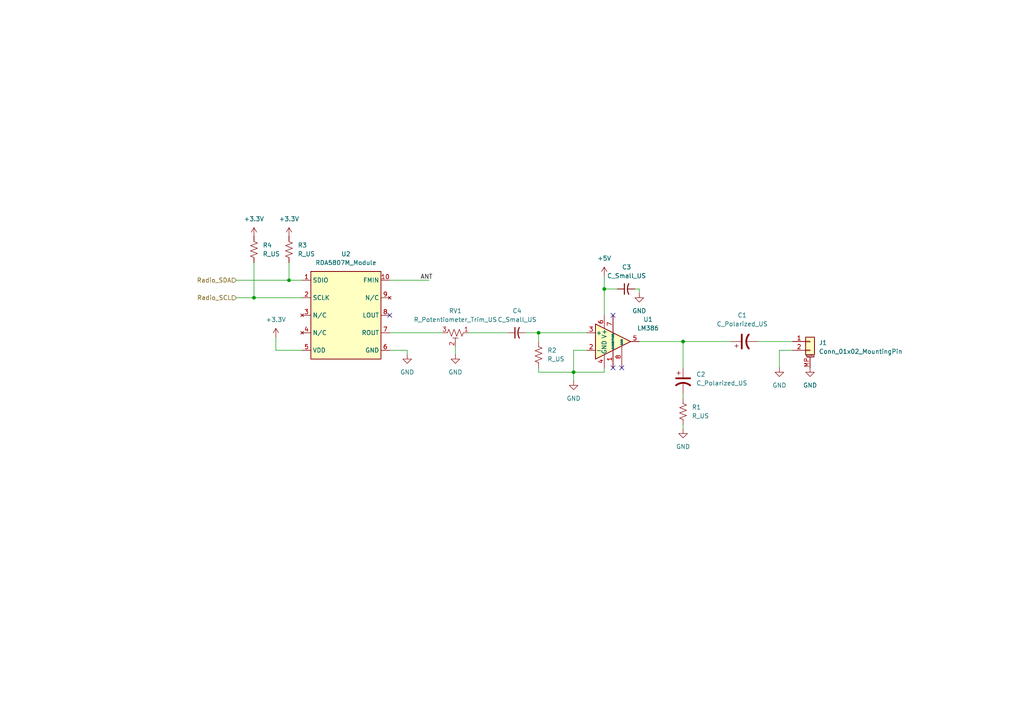
<source format=kicad_sch>
(kicad_sch (version 20250114) (generator "eeschema") (generator_version "9.0")
  (paper "A4")
  (lib_symbols
    (symbol "Amplifier_Audio:LM386" (pin_names (offset 0.127))
      (property "Reference" "U" (at 1.27 7.62 0))
      (property "Value" "LM386" (at 1.27 5.08 0))
      (symbol "LM386_0_1"
        (polyline (pts (xy 5.08 0) (xy -5.08 5.08) (xy -5.08 -5.08) (xy 5.08 0)) (stroke (width 0.254)) (fill (type background)))
      )
      (symbol "LM386_1_1"
        (pin input line (at -7.62 2.54 0) (length 2.54) (name "+") (number "3"))
        (pin input line (at -7.62 -2.54 0) (length 2.54) (name "-") (number "2"))
        (pin power_in line (at -2.54 7.62 270) (length 3.81) (name "V+") (number "6"))
        (pin power_in line (at -2.54 -7.62 90) (length 3.81) (name "GND") (number "4"))
        (pin input line (at 0 7.62 270) (length 5.08) (name "BYPASS") (number "7"))
        (pin input line (at 0 -7.62 90) (length 5.08) (name "GAIN") (number "1"))
        (pin input line (at 2.54 -7.62 90) (length 6.35) (name "GAIN") (number "8"))
        (pin output line (at 7.62 0 180) (length 2.54) (name "~") (number "5"))
      )
    )
    (symbol "Connector_Generic_MountingPin:Conn_01x02_MountingPin" (pin_names (offset 1.016) (hide yes))
      (property "Reference" "J" (at 0 2.54 0))
      (property "Value" "Conn_01x02_MountingPin" (at 1.27 -5.08 0))
      (symbol "Conn_01x02_MountingPin_1_1"
        (rectangle (start -1.27 1.27) (end 1.27 -3.81) (stroke (width 0.254)) (fill (type background)))
        (rectangle (start -1.27 0.127) (end 0 -0.127) (stroke (width 0.1524)))
        (rectangle (start -1.27 -2.413) (end 0 -2.667) (stroke (width 0.1524)))
        (polyline (pts (xy -1.016 -4.572) (xy 1.016 -4.572)) (stroke (width 0.1524)))
        (text "Mounting" (at 0 -4.191 0) (effects (font (size 0.381 0.381))))
        (pin passive line (at -5.08 0 0) (length 3.81) (name "Pin_1") (number "1"))
        (pin passive line (at -5.08 -2.54 0) (length 3.81) (name "Pin_2") (number "2"))
        (pin passive line (at 0 -7.62 90) (length 3.048) (name "MountPin") (number "MP"))
      )
    )
    (symbol "Device:C_Polarized_US" (pin_numbers (hide yes)) (pin_names (offset 0.254) (hide yes))
      (property "Reference" "C" (at 0.635 2.54 0))
      (property "Value" "C_Polarized_US" (at 0.635 -2.54 0))
      (symbol "C_Polarized_US_0_1"
        (polyline (pts (xy -2.032 0.762) (xy 2.032 0.762)) (stroke (width 0.508)))
        (polyline (pts (xy -1.778 2.286) (xy -0.762 2.286)))
        (polyline (pts (xy -1.27 1.778) (xy -1.27 2.794)))
        (arc (start -2.032 -1.27) (mid 0 -0.5572) (end 2.032 -1.27) (stroke (width 0.508)))
      )
      (symbol "C_Polarized_US_1_1"
        (pin passive line (at 0 3.81 270) (length 2.794) (name "~") (number "1"))
        (pin passive line (at 0 -3.81 90) (length 3.302) (name "~") (number "2"))
      )
    )
    (symbol "Device:C_Small_US" (pin_numbers (hide yes)) (pin_names (offset 0.254) (hide yes))
      (property "Reference" "C" (at 0.254 1.778 0))
      (property "Value" "C_Small_US" (at 0.254 -2.032 0))
      (symbol "C_Small_US_0_1"
        (polyline (pts (xy -1.524 0.508) (xy 1.524 0.508)) (stroke (width 0.3048)))
        (arc (start -1.524 -0.762) (mid 0 -0.3734) (end 1.524 -0.762) (stroke (width 0.3048)))
      )
      (symbol "C_Small_US_1_1"
        (pin passive line (at 0 2.54 270) (length 2.032) (name "~") (number "1"))
        (pin passive line (at 0 -2.54 90) (length 2.032) (name "~") (number "2"))
      )
    )
    (symbol "Device:R_Potentiometer_Trim_US" (pin_names (offset 1.016) (hide yes))
      (property "Reference" "RV" (at -4.445 0 90))
      (property "Value" "R_Potentiometer_Trim_US" (at -2.54 0 90))
      (symbol "R_Potentiometer_Trim_US_0_1"
        (polyline (pts (xy 0 2.286) (xy 0 2.54)))
        (polyline (pts (xy 0 2.286) (xy 1.016 1.905) (xy 0 1.524) (xy -1.016 1.143) (xy 0 0.762)))
        (polyline (pts (xy 0 0.762) (xy 1.016 0.381) (xy 0 0) (xy -1.016 -0.381) (xy 0 -0.762)))
        (polyline (pts (xy 0 -0.762) (xy 1.016 -1.143) (xy 0 -1.524) (xy -1.016 -1.905) (xy 0 -2.286)))
        (polyline (pts (xy 0 -2.286) (xy 0 -2.54)))
        (polyline (pts (xy 1.524 0.762) (xy 1.524 -0.762)))
        (polyline (pts (xy 2.54 0) (xy 1.524 0)))
      )
      (symbol "R_Potentiometer_Trim_US_1_1"
        (pin passive line (at 0 3.81 270) (length 1.27) (name "1") (number "1"))
        (pin passive line (at 0 -3.81 90) (length 1.27) (name "3") (number "3"))
        (pin passive line (at 3.81 0 180) (length 1.27) (name "2") (number "2"))
      )
    )
    (symbol "Device:R_US" (pin_numbers (hide yes)) (pin_names (offset 0))
      (property "Reference" "R" (at 2.54 0 90))
      (property "Value" "R_US" (at -2.54 0 90))
      (symbol "R_US_0_1"
        (polyline (pts (xy 0 2.286) (xy 0 2.54)))
        (polyline (pts (xy 0 2.286) (xy 1.016 1.905) (xy 0 1.524) (xy -1.016 1.143) (xy 0 0.762)))
        (polyline (pts (xy 0 0.762) (xy 1.016 0.381) (xy 0 0) (xy -1.016 -0.381) (xy 0 -0.762)))
        (polyline (pts (xy 0 -0.762) (xy 1.016 -1.143) (xy 0 -1.524) (xy -1.016 -1.905) (xy 0 -2.286)))
        (polyline (pts (xy 0 -2.286) (xy 0 -2.54)))
      )
      (symbol "R_US_1_1"
        (pin passive line (at 0 3.81 270) (length 1.27) (name "~") (number "1"))
        (pin passive line (at 0 -3.81 90) (length 1.27) (name "~") (number "2"))
      )
    )
    (symbol "ECE:RDA5807M_Module"
      (property "Reference" "U" (at -8.89 16.51 0))
      (property "Value" "RDA5807M_Module" (at -8.89 13.97 0))
      (symbol "RDA5807M_Module_0_1"
        (rectangle (start -10.16 12.7) (end 10.16 -12.7) (stroke (width 0.254)) (fill (type background)))
      )
      (symbol "RDA5807M_Module_1_1"
        (pin bidirectional line (at -12.7 10.16 0) (length 2.54) (name "SDIO") (number "1"))
        (pin input line (at -12.7 5.08 0) (length 2.54) (name "SCLK") (number "2"))
        (pin no_connect line (at -12.7 0 0) (length 2.54) (name "N/C") (number "3"))
        (pin no_connect line (at -12.7 -5.08 0) (length 2.54) (name "N/C") (number "4"))
        (pin power_in line (at -12.7 -10.16 0) (length 2.54) (name "VDD") (number "5"))
        (pin input line (at 12.7 10.16 180) (length 2.54) (name "FMIN") (number "10"))
        (pin no_connect line (at 12.7 5.08 180) (length 2.54) (name "N/C") (number "9"))
        (pin output line (at 12.7 0 180) (length 2.54) (name "LOUT") (number "8"))
        (pin output line (at 12.7 -5.08 180) (length 2.54) (name "ROUT") (number "7"))
        (pin power_in line (at 12.7 -10.16 180) (length 2.54) (name "GND") (number "6"))
      )
    )
    (symbol "power:+3.3V" (power) (pin_numbers (hide yes)) (pin_names (offset 0) (hide yes))
      (property "Value" "+3.3V" (at 0 3.556 0))
      (symbol "+3.3V_0_1"
        (polyline (pts (xy -0.762 1.27) (xy 0 2.54)))
        (polyline (pts (xy 0 2.54) (xy 0.762 1.27)))
        (polyline (pts (xy 0 0) (xy 0 2.54)))
      )
      (symbol "+3.3V_1_1"
        (pin power_in line (at 0 0 90) (length 0) (name "~") (number "1"))
      )
    )
    (symbol "power:+5V" (power) (pin_numbers (hide yes)) (pin_names (offset 0) (hide yes))
      (property "Value" "+5V" (at 0 3.556 0))
      (symbol "+5V_0_1"
        (polyline (pts (xy -0.762 1.27) (xy 0 2.54)))
        (polyline (pts (xy 0 2.54) (xy 0.762 1.27)))
        (polyline (pts (xy 0 0) (xy 0 2.54)))
      )
      (symbol "+5V_1_1"
        (pin power_in line (at 0 0 90) (length 0) (name "~") (number "1"))
      )
    )
    (symbol "power:GND" (power) (pin_numbers (hide yes)) (pin_names (offset 0) (hide yes))
      (property "Value" "GND" (at 0 -3.81 0))
      (symbol "GND_0_1"
        (polyline (pts (xy 0 0) (xy 0 -1.27) (xy 1.27 -1.27) (xy 0 -2.54) (xy -1.27 -1.27) (xy 0 -1.27)))
      )
      (symbol "GND_1_1"
        (pin power_in line (at 0 0 270) (length 0) (name "~") (number "1"))
      )
    )
  )
  (junction (at 83.82 81.28))
  (junction (at 73.66 86.36))
  (junction (at 198.12 99.06))
  (junction (at 166.37 107.95))
  (junction (at 175.26 83.82))
  (junction (at 156.21 96.52))
  (no_connect (at 177.8 91.44))
  (no_connect (at 113.03 91.44))
  (no_connect (at 180.34 106.68))
  (no_connect (at 177.8 106.68))
  (wire (pts (xy 113.03 96.52) (xy 128.27 96.52)))
  (wire (pts (xy 83.82 81.28) (xy 87.63 81.28)))
  (wire (pts (xy 229.87 101.6) (xy 226.06 101.6)))
  (wire (pts (xy 219.71 99.06) (xy 229.87 99.06)))
  (wire (pts (xy 152.4 96.52) (xy 156.21 96.52)))
  (wire (pts (xy 113.03 101.6) (xy 118.11 101.6)))
  (wire (pts (xy 113.03 81.28) (xy 124.46 81.28)))
  (wire (pts (xy 68.58 86.36) (xy 73.66 86.36)))
  (wire (pts (xy 198.12 99.06) (xy 212.09 99.06)))
  (wire (pts (xy 226.06 101.6) (xy 226.06 106.68)))
  (wire (pts (xy 185.42 99.06) (xy 198.12 99.06)))
  (wire (pts (xy 184.15 83.82) (xy 185.42 83.82)))
  (wire (pts (xy 156.21 96.52) (xy 156.21 99.06)))
  (wire (pts (xy 198.12 99.06) (xy 198.12 106.68)))
  (wire (pts (xy 156.21 96.52) (xy 170.18 96.52)))
  (wire (pts (xy 87.63 101.6) (xy 80.01 101.6)))
  (wire (pts (xy 185.42 83.82) (xy 185.42 85.09)))
  (wire (pts (xy 132.08 100.33) (xy 132.08 102.87)))
  (wire (pts (xy 175.26 80.01) (xy 175.26 83.82)))
  (wire (pts (xy 80.01 97.79) (xy 80.01 101.6)))
  (wire (pts (xy 175.26 83.82) (xy 179.07 83.82)))
  (wire (pts (xy 166.37 107.95) (xy 166.37 110.49)))
  (wire (pts (xy 198.12 114.3) (xy 198.12 115.57)))
  (wire (pts (xy 175.26 107.95) (xy 166.37 107.95)))
  (wire (pts (xy 73.66 86.36) (xy 87.63 86.36)))
  (wire (pts (xy 166.37 101.6) (xy 166.37 107.95)))
  (wire (pts (xy 156.21 106.68) (xy 156.21 107.95)))
  (wire (pts (xy 170.18 101.6) (xy 166.37 101.6)))
  (wire (pts (xy 118.11 101.6) (xy 118.11 102.87)))
  (wire (pts (xy 68.58 81.28) (xy 83.82 81.28)))
  (wire (pts (xy 175.26 106.68) (xy 175.26 107.95)))
  (wire (pts (xy 73.66 76.2) (xy 73.66 86.36)))
  (wire (pts (xy 83.82 76.2) (xy 83.82 81.28)))
  (wire (pts (xy 135.89 96.52) (xy 147.32 96.52)))
  (wire (pts (xy 175.26 83.82) (xy 175.26 91.44)))
  (wire (pts (xy 198.12 123.19) (xy 198.12 124.46)))
  (wire (pts (xy 156.21 107.95) (xy 166.37 107.95)))
  (label "ANT" (at 121.92 81.28 0))
  (hierarchical_label "Radio_SDA" (shape input) (at 68.58 81.28 180))
  (hierarchical_label "Radio_SCL" (shape input) (at 68.58 86.36 180))
  (symbol (lib_id "Device:C_Small_US") (at 181.61 83.82 90) (unit 1)
    (property "Reference" "C3" (at 181.737 77.47 90))
    (property "Value" "C_Small_US" (at 181.737 80.01 90))
    (property "Description" "capacitor, small US symbol" (effects (hide yes)))
  )
  (symbol (lib_id "Device:R_US") (at 198.12 119.38 0) (unit 1)
    (property "Reference" "R1" (at 200.66 118.1099 0) (effects (justify left)))
    (property "Value" "R_US" (at 200.66 120.6499 0) (effects (justify left)))
    (property "Description" "Resistor, US symbol" (effects (hide yes)))
  )
  (symbol (lib_id "Device:R_Potentiometer_Trim_US") (at 132.08 96.52 270) (unit 1)
    (property "Reference" "RV1" (at 132.08 90.17 90))
    (property "Value" "R_Potentiometer_Trim_US" (at 132.08 92.71 90))
    (property "Description" "Trim-potentiometer, US symbol" (effects (hide yes)))
  )
  (symbol (lib_id "power:+3.3V") (at 80.01 97.79 0) (unit 1)
    (property "Reference" "#PWR010" (effects (hide yes)))
    (property "Value" "+3.3V" (at 80.01 92.71 0))
    (property "Description" "Power symbol creates a global label with name \"+3.3V\"" (effects (hide yes)))
  )
  (symbol (lib_id "power:+3.3V") (at 83.82 68.58 0) (unit 1)
    (property "Reference" "#PWR013" (effects (hide yes)))
    (property "Value" "+3.3V" (at 83.82 63.5 0))
    (property "Description" "Power symbol creates a global label with name \"+3.3V\"" (effects (hide yes)))
  )
  (symbol (lib_id "power:+3.3V") (at 73.66 68.58 0) (unit 1)
    (property "Reference" "#PWR012" (effects (hide yes)))
    (property "Value" "+3.3V" (at 73.66 63.5 0))
    (property "Description" "Power symbol creates a global label with name \"+3.3V\"" (effects (hide yes)))
  )
  (symbol (lib_id "Device:C_Polarized_US") (at 198.12 110.49 0) (unit 1)
    (property "Reference" "C2" (at 201.93 108.5849 0) (effects (justify left)))
    (property "Value" "C_Polarized_US" (at 201.93 111.1249 0) (effects (justify left)))
    (property "Description" "Polarized capacitor, US symbol" (effects (hide yes)))
  )
  (symbol (lib_id "power:GND") (at 234.95 106.68 0) (unit 1)
    (property "Reference" "#PWR05" (effects (hide yes)))
    (property "Value" "GND" (at 234.95 111.76 0))
    (property "Description" "Power symbol creates a global label with name \"GND\" , ground" (effects (hide yes)))
  )
  (symbol (lib_id "power:GND") (at 226.06 106.68 0) (unit 1)
    (property "Reference" "#PWR03" (effects (hide yes)))
    (property "Value" "GND" (at 226.06 111.76 0))
    (property "Description" "Power symbol creates a global label with name \"GND\" , ground" (effects (hide yes)))
  )
  (symbol (lib_id "power:+5V") (at 175.26 80.01 0) (unit 1)
    (property "Reference" "#PWR07" (effects (hide yes)))
    (property "Value" "+5V" (at 175.26 74.93 0))
    (property "Description" "Power symbol creates a global label with name \"+5V\"" (effects (hide yes)))
  )
  (symbol (lib_id "Device:R_US") (at 156.21 102.87 0) (unit 1)
    (property "Reference" "R2" (at 158.75 101.5999 0) (effects (justify left)))
    (property "Value" "R_US" (at 158.75 104.1399 0) (effects (justify left)))
    (property "Description" "Resistor, US symbol" (effects (hide yes)))
  )
  (symbol (lib_id "Connector_Generic_MountingPin:Conn_01x02_MountingPin") (at 234.95 99.06 0) (unit 1)
    (property "Reference" "J1" (at 237.49 99.4155 0) (effects (justify left)))
    (property "Value" "Conn_01x02_MountingPin" (at 237.49 101.9555 0) (effects (justify left)))
    (property "Description" "Generic connectable mounting pin connector, single row, 01x02, script generated (kicad-library-utils/schlib/autogen/connector/)" (effects (hide yes)))
  )
  (symbol (lib_id "Device:C_Polarized_US") (at 215.9 99.06 90) (unit 1)
    (property "Reference" "C1" (at 215.265 91.44 90))
    (property "Value" "C_Polarized_US" (at 215.265 93.98 90))
    (property "Description" "Polarized capacitor, US symbol" (effects (hide yes)))
  )
  (symbol (lib_id "power:GND") (at 118.11 102.87 0) (unit 1)
    (property "Reference" "#PWR011" (effects (hide yes)))
    (property "Value" "GND" (at 118.11 107.95 0))
    (property "Description" "Power symbol creates a global label with name \"GND\" , ground" (effects (hide yes)))
  )
  (symbol (lib_id "Device:R_US") (at 83.82 72.39 180) (unit 1)
    (property "Reference" "R3" (at 86.36 71.1199 0) (effects (justify right)))
    (property "Value" "R_US" (at 86.36 73.6599 0) (effects (justify right)))
    (property "Description" "Resistor, US symbol" (effects (hide yes)))
  )
  (symbol (lib_id "power:GND") (at 166.37 110.49 0) (unit 1)
    (property "Reference" "#PWR06" (effects (hide yes)))
    (property "Value" "GND" (at 166.37 115.57 0))
    (property "Description" "Power symbol creates a global label with name \"GND\" , ground" (effects (hide yes)))
  )
  (symbol (lib_id "power:GND") (at 198.12 124.46 0) (unit 1)
    (property "Reference" "#PWR04" (effects (hide yes)))
    (property "Value" "GND" (at 198.12 129.54 0))
    (property "Description" "Power symbol creates a global label with name \"GND\" , ground" (effects (hide yes)))
  )
  (symbol (lib_id "power:GND") (at 132.08 102.87 0) (unit 1)
    (property "Reference" "#PWR09" (effects (hide yes)))
    (property "Value" "GND" (at 132.08 107.95 0))
    (property "Description" "Power symbol creates a global label with name \"GND\" , ground" (effects (hide yes)))
  )
  (symbol (lib_id "Device:R_US") (at 73.66 72.39 0) (unit 1)
    (property "Reference" "R4" (at 76.2 71.1199 0) (effects (justify left)))
    (property "Value" "R_US" (at 76.2 73.6599 0) (effects (justify left)))
    (property "Description" "Resistor, US symbol" (effects (hide yes)))
  )
  (symbol (lib_id "power:GND") (at 185.42 85.09 0) (unit 1)
    (property "Reference" "#PWR08" (effects (hide yes)))
    (property "Value" "GND" (at 185.42 90.17 0))
    (property "Description" "Power symbol creates a global label with name \"GND\" , ground" (effects (hide yes)))
  )
  (symbol (lib_id "ECE:RDA5807M_Module") (at 100.33 91.44 0) (unit 1)
    (property "Reference" "U2" (at 100.33 73.66 0))
    (property "Value" "RDA5807M_Module" (at 100.33 76.2 0))
    (property "Footprint" "ECE:RDA5807M_Module_TH" (effects (hide yes)))
  )
  (symbol (lib_id "Device:C_Small_US") (at 149.86 96.52 90) (unit 1)
    (property "Reference" "C4" (at 149.987 90.17 90))
    (property "Value" "C_Small_US" (at 149.987 92.71 90))
    (property "Description" "capacitor, small US symbol" (effects (hide yes)))
  )
  (symbol (lib_id "Amplifier_Audio:LM386") (at 177.8 99.06 0) (unit 1)
    (property "Reference" "U1" (at 187.96 92.6398 0))
    (property "Value" "LM386" (at 187.96 95.1798 0))
    (property "Footprint" "Package_DIP:DIP-8_W7.62mm_Socket" (effects (hide yes)))
    (property "Datasheet" "http://www.ti.com/lit/ds/symlink/lm386.pdf" (effects (hide yes)))
    (property "Description" "Low Voltage Audio Power Amplifier, DIP-8/SOIC-8/SSOP-8" (effects (hide yes)))
  )
)
</source>
